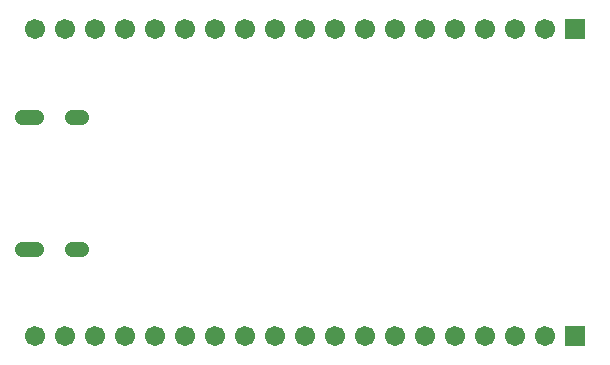
<source format=gbs>
G04 Layer: BottomSolderMaskLayer*
G04 EasyEDA v6.5.3, 2022-05-09 22:00:40*
G04 d9374f8db1c04431a46586793fd7dc8a,036ae6e9a2b24cebb23d0048bde98d7c,10*
G04 Gerber Generator version 0.2*
G04 Scale: 100 percent, Rotated: No, Reflected: No *
G04 Dimensions in millimeters *
G04 leading zeros omitted , absolute positions ,4 integer and 5 decimal *
%FSLAX45Y45*%
%MOMM*%

%ADD36C,1.3016*%
%ADD44C,1.7016*%

%LPD*%
D36*
X2970103Y5574487D02*
G01*
X2850103Y5574487D01*
X2970103Y4458487D02*
G01*
X2850103Y4458487D01*
X3350102Y4458487D02*
G01*
X3270102Y4458487D01*
X3350102Y5574487D02*
G01*
X3270102Y5574487D01*
D44*
G01*
X2959100Y6324600D03*
G01*
X3213100Y6324600D03*
G01*
X3467100Y6324600D03*
G01*
X3721100Y6324600D03*
G01*
X3975100Y6324600D03*
G01*
X4229100Y6324600D03*
G01*
X4483100Y6324600D03*
G01*
X4737100Y6324600D03*
G01*
X4991100Y6324600D03*
G01*
X5245100Y6324600D03*
G01*
X5499100Y6324600D03*
G01*
X5753100Y6324600D03*
G01*
X6007100Y6324600D03*
G01*
X6261100Y6324600D03*
G01*
X6515100Y6324600D03*
G01*
X6769100Y6324600D03*
G01*
X7023100Y6324600D03*
G01*
X7277100Y6324600D03*
G36*
X7446009Y6239510D02*
G01*
X7446009Y6409689D01*
X7616190Y6409689D01*
X7616190Y6239510D01*
G37*
G01*
X2959100Y3721100D03*
G01*
X3213100Y3721100D03*
G01*
X3467100Y3721100D03*
G01*
X3721100Y3721100D03*
G01*
X3975100Y3721100D03*
G01*
X4229100Y3721100D03*
G01*
X4483100Y3721100D03*
G01*
X4737100Y3721100D03*
G01*
X4991100Y3721100D03*
G01*
X5245100Y3721100D03*
G01*
X5499100Y3721100D03*
G01*
X5753100Y3721100D03*
G01*
X6007100Y3721100D03*
G01*
X6261100Y3721100D03*
G01*
X6515100Y3721100D03*
G01*
X6769100Y3721100D03*
G01*
X7023100Y3721100D03*
G01*
X7277100Y3721100D03*
G36*
X7446009Y3636010D02*
G01*
X7446009Y3806189D01*
X7616190Y3806189D01*
X7616190Y3636010D01*
G37*
M02*

</source>
